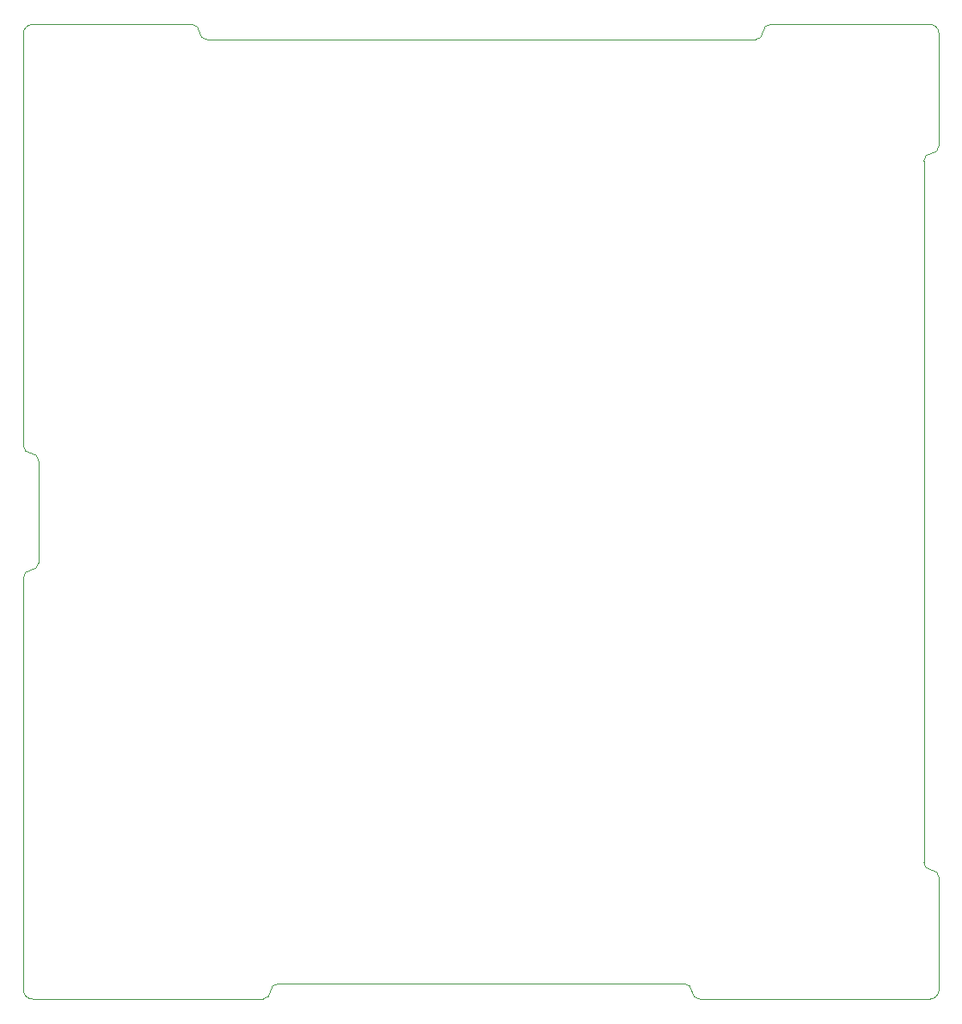
<source format=gm1>
%TF.GenerationSoftware,KiCad,Pcbnew,8.0.3*%
%TF.CreationDate,2024-07-05T11:37:29+03:00*%
%TF.ProjectId,obc-adcs-board,6f62632d-6164-4637-932d-626f6172642e,rev?*%
%TF.SameCoordinates,PX3e2df80PY83e4a60*%
%TF.FileFunction,Profile,NP*%
%FSLAX46Y46*%
G04 Gerber Fmt 4.6, Leading zero omitted, Abs format (unit mm)*
G04 Created by KiCad (PCBNEW 8.0.3) date 2024-07-05 11:37:29*
%MOMM*%
%LPD*%
G01*
G04 APERTURE LIST*
%TA.AperFunction,Profile*%
%ADD10C,0.100000*%
%TD*%
G04 APERTURE END LIST*
D10*
X1600000Y43065000D02*
X1600000Y53065000D01*
X66685000Y120000D02*
X89370000Y120000D01*
X100000Y41565000D02*
G75*
G02*
X850000Y42315000I750000J0D01*
G01*
X65185000Y1620000D02*
G75*
G02*
X65935000Y870000I0J-750000D01*
G01*
X72935000Y95260000D02*
G75*
G02*
X72185000Y94510000I-750000J0D01*
G01*
X90270000Y12065000D02*
X90270000Y1020000D01*
X1600000Y43065000D02*
G75*
G02*
X850000Y42315000I-750000J0D01*
G01*
X24435000Y870000D02*
G75*
G02*
X25185000Y1620000I750000J0D01*
G01*
X18185000Y94510000D02*
X72185000Y94510000D01*
X100000Y41565000D02*
X100000Y1010000D01*
X72935000Y95260000D02*
G75*
G02*
X73685000Y96010000I750000J0D01*
G01*
X100000Y95110000D02*
G75*
G02*
X1000000Y96010000I900000J0D01*
G01*
X1000000Y110000D02*
G75*
G02*
X100000Y1010000I0J900000D01*
G01*
X88770000Y13565000D02*
X88770000Y82565000D01*
X89520000Y12815000D02*
G75*
G02*
X90270000Y12065000I0J-750000D01*
G01*
X88770000Y82565000D02*
G75*
G02*
X89520000Y83315000I750000J0D01*
G01*
X89520000Y12815000D02*
G75*
G02*
X88770000Y13565000I0J750000D01*
G01*
X25185000Y1620000D02*
X65185000Y1620000D01*
X73685000Y96010000D02*
X89370000Y96010000D01*
X90270000Y84065000D02*
G75*
G02*
X89520000Y83315000I-750000J0D01*
G01*
X90270000Y1020000D02*
G75*
G02*
X89370000Y120000I-900000J0D01*
G01*
X850000Y53815000D02*
G75*
G02*
X1600000Y53065000I0J-750000D01*
G01*
X24435000Y870000D02*
G75*
G02*
X23685000Y120000I-750000J0D01*
G01*
X89370000Y96010000D02*
G75*
G02*
X90270000Y95110000I0J-900000D01*
G01*
X18185000Y94510000D02*
G75*
G02*
X17435000Y95260000I0J750000D01*
G01*
X850000Y53815000D02*
G75*
G02*
X100000Y54565000I0J750000D01*
G01*
X1000000Y96010000D02*
X16685000Y96010000D01*
X90270000Y95110000D02*
X90270000Y84065000D01*
X100000Y95110000D02*
X100000Y54565000D01*
X16685000Y96010000D02*
G75*
G02*
X17435000Y95260000I0J-750000D01*
G01*
X23685000Y120000D02*
X1000000Y110000D01*
X66685000Y120000D02*
G75*
G02*
X65935000Y870000I0J750000D01*
G01*
M02*

</source>
